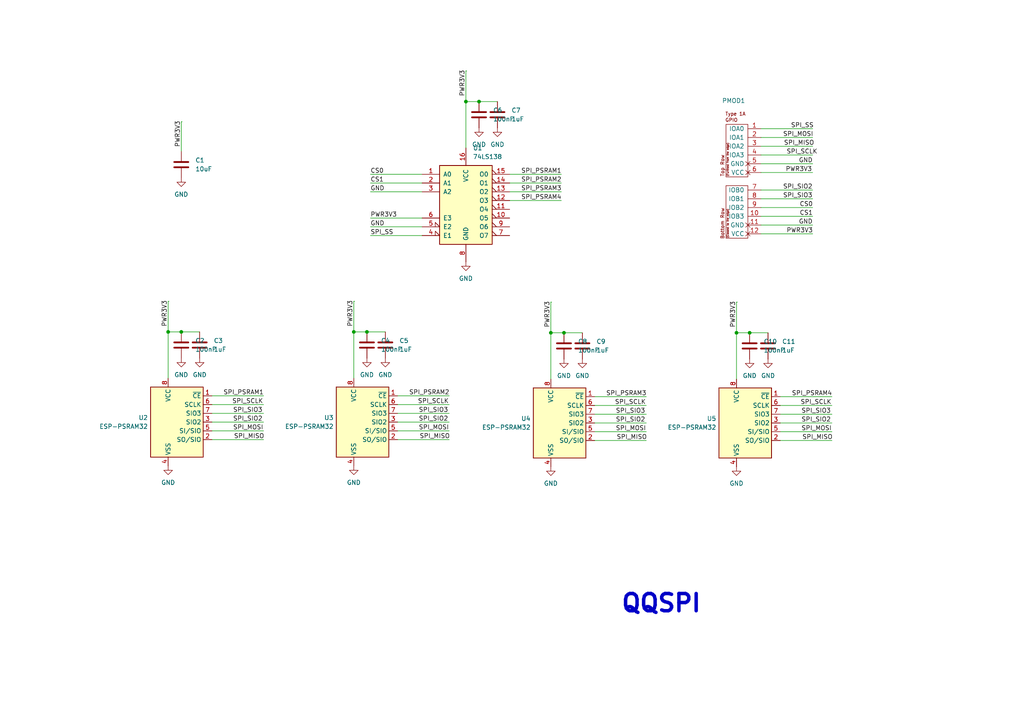
<source format=kicad_sch>
(kicad_sch (version 20211123) (generator eeschema)
  (paper "A4")
  (title_block (title "Copyright © 2022 Lone Dynamics Corporation") (rev "V2"))
  (lib_symbols
    (symbol "74xx:74LS138" (pin_names (offset 1.016))
      (property "Reference" "U" (at -7.62 11.43 0))
      (property "Value" "74LS138" (at -7.62 -13.97 0))
      (symbol "74LS138_1_0"
        (pin input line (at -12.7 7.62 0) (length 5.08) (name "A0") (number "1"))
        (pin output output_low (at 12.7 -5.08 180) (length 5.08) (name "O5") (number "10"))
        (pin output output_low (at 12.7 -2.54 180) (length 5.08) (name "O4") (number "11"))
        (pin output output_low (at 12.7 0 180) (length 5.08) (name "O3") (number "12"))
        (pin output output_low (at 12.7 2.54 180) (length 5.08) (name "O2") (number "13"))
        (pin output output_low (at 12.7 5.08 180) (length 5.08) (name "O1") (number "14"))
        (pin output output_low (at 12.7 7.62 180) (length 5.08) (name "O0") (number "15"))
        (pin power_in line (at 0 15.24 270) (length 5.08) (name "VCC") (number "16"))
        (pin input line (at -12.7 5.08 0) (length 5.08) (name "A1") (number "2"))
        (pin input line (at -12.7 2.54 0) (length 5.08) (name "A2") (number "3"))
        (pin input input_low (at -12.7 -10.16 0) (length 5.08) (name "E1") (number "4"))
        (pin input input_low (at -12.7 -7.62 0) (length 5.08) (name "E2") (number "5"))
        (pin input line (at -12.7 -5.08 0) (length 5.08) (name "E3") (number "6"))
        (pin output output_low (at 12.7 -10.16 180) (length 5.08) (name "O7") (number "7"))
        (pin power_in line (at 0 -17.78 90) (length 5.08) (name "GND") (number "8"))
        (pin output output_low (at 12.7 -7.62 180) (length 5.08) (name "O6") (number "9"))
      )
      (symbol "74LS138_1_1"
        (rectangle (start -7.62 10.16) (end 7.62 -12.7) (stroke (width 0.254)) (fill (type background)))
      )
    )
    (symbol "Device:C" (pin_numbers hide) (pin_names (offset 0.254))
      (property "Reference" "C" (at 0.635 2.54 0))
      (property "Value" "C" (at 0.635 -2.54 0))
      (symbol "C_0_1"
        (polyline (pts (xy -2.032 -0.762) (xy 2.032 -0.762)) (stroke (width 0.508)))
        (polyline (pts (xy -2.032 0.762) (xy 2.032 0.762)) (stroke (width 0.508)))
      )
      (symbol "C_1_1"
        (pin passive line (at 0 3.81 270) (length 2.794) (name "~") (number "1"))
        (pin passive line (at 0 -3.81 90) (length 2.794) (name "~") (number "2"))
      )
    )
    (symbol "Memory_RAM:ESP-PSRAM32"
      (property "Reference" "U" (at 3.81 11.43 0))
      (property "Value" "ESP-PSRAM32" (at -1.27 -11.43 0))
      (symbol "ESP-PSRAM32_0_1"
        (rectangle (start -7.62 10.16) (end 7.62 -10.16) (stroke (width 0.254)) (fill (type background)))
      )
      (symbol "ESP-PSRAM32_1_1"
        (pin input line (at 10.16 7.62 180) (length 2.54) (name "~{CE}") (number "1"))
        (pin output line (at 10.16 -5.08 180) (length 2.54) (name "SO/SIO") (number "2"))
        (pin bidirectional line (at 10.16 0 180) (length 2.54) (name "SIO2") (number "3"))
        (pin power_in line (at -2.54 -12.7 90) (length 2.54) (name "VSS") (number "4"))
        (pin input line (at 10.16 -2.54 180) (length 2.54) (name "SI/SIO") (number "5"))
        (pin output line (at 10.16 5.08 180) (length 2.54) (name "SCLK") (number "6"))
        (pin bidirectional line (at 10.16 2.54 180) (length 2.54) (name "SIO3") (number "7"))
        (pin power_in line (at -2.54 12.7 270) (length 2.54) (name "VCC") (number "8"))
      )
    )
    (symbol "pmod:PMOD-Device-x2-Type-1A-GPIO" (pin_names (offset 1.016))
      (property "Reference" "PMOD" (at -3.302 -1.27 0))
      (symbol "PMOD-Device-x2-Type-1A-GPIO_0_0"
        (text "(Closest to the edge)" (at -5.842 -13.462 900) (effects (font (size 0.508 0.508))))
        (text "(Furthest from the edge)" (at -5.842 5.08 900) (effects (font (size 0.508 0.508))))
        (text "Bottom Row" (at -7.366 -13.462 900) (effects (font (size 0.9906 0.9906))))
        (text "GPIO" (at -6.604 16.51 0) (effects (font (size 0.9906 0.9906)) (justify left)))
        (text "Top Row" (at -7.366 3.302 900) (effects (font (size 0.9906 0.9906))))
        (text "Type 1A" (at -6.604 18.288 0) (effects (font (size 0.9906 0.9906)) (justify left)))
      )
      (symbol "PMOD-Device-x2-Type-1A-GPIO_0_1"
        (rectangle (start -6.35 -2.54) (end 0 -17.78))
        (rectangle (start 0 15.24) (end -6.35 0))
      )
      (symbol "PMOD-Device-x2-Type-1A-GPIO_1_1"
        (pin bidirectional line (at 3.81 13.97 180) (length 3.81) (name "IOA0") (number "1"))
        (pin bidirectional line (at 3.81 -11.43 180) (length 3.81) (name "IOB3") (number "10"))
        (pin power_out non_logic (at 3.81 -13.97 180) (length 3.81) (name "GND") (number "11"))
        (pin power_out non_logic (at 3.81 -16.51 180) (length 3.81) (name "VCC") (number "12"))
        (pin bidirectional line (at 3.81 11.43 180) (length 3.81) (name "IOA1") (number "2"))
        (pin bidirectional line (at 3.81 8.89 180) (length 3.81) (name "IOA2") (number "3"))
        (pin bidirectional line (at 3.81 6.35 180) (length 3.81) (name "IOA3") (number "4"))
        (pin power_out non_logic (at 3.81 3.81 180) (length 3.81) (name "GND") (number "5"))
        (pin power_out non_logic (at 3.81 1.27 180) (length 3.81) (name "VCC") (number "6"))
        (pin bidirectional line (at 3.81 -3.81 180) (length 3.81) (name "IOB0") (number "7"))
        (pin bidirectional line (at 3.81 -6.35 180) (length 3.81) (name "IOB1") (number "8"))
        (pin bidirectional line (at 3.81 -8.89 180) (length 3.81) (name "IOB2") (number "9"))
      )
    )
    (symbol "power:GND" (power) (pin_names (offset 0))
      (property "Value" "GND" (at 0 -3.81 0))
      (symbol "GND_0_1"
        (polyline (pts (xy 0 0) (xy 0 -1.27) (xy 1.27 -1.27) (xy 0 -2.54) (xy -1.27 -1.27) (xy 0 -1.27)))
      )
      (symbol "GND_1_1"
        (pin power_in line (at 0 0 270) (length 0) hide (name "GND") (number "1"))
      )
    )
  )
  (junction (at 217.424 96.52))
  (junction (at 213.614 96.52))
  (junction (at 48.768 96.266))
  (junction (at 102.616 96.266))
  (junction (at 138.938 29.464))
  (junction (at 135.128 29.464))
  (junction (at 106.426 96.266))
  (junction (at 163.576 96.52))
  (junction (at 159.766 96.52))
  (junction (at 52.578 96.266))
  (wire (pts (xy 217.424 96.52) (xy 222.758 96.52)))
  (wire (pts (xy 147.828 55.626) (xy 162.814 55.626)))
  (wire (pts (xy 115.316 119.888) (xy 130.302 119.888)))
  (wire (pts (xy 213.614 87.63) (xy 213.614 96.52)))
  (wire (pts (xy 220.726 60.198) (xy 235.712 60.198)))
  (wire (pts (xy 61.468 114.808) (xy 76.454 114.808)))
  (wire (pts (xy 135.128 42.926) (xy 135.128 29.464)))
  (wire (pts (xy 147.828 53.086) (xy 162.814 53.086)))
  (wire (pts (xy 172.466 117.602) (xy 187.452 117.602)))
  (wire (pts (xy 115.316 124.968) (xy 130.302 124.968)))
  (wire (pts (xy 172.466 125.222) (xy 187.452 125.222)))
  (wire (pts (xy 102.616 87.376) (xy 102.616 96.266)))
  (wire (pts (xy 61.468 127.508) (xy 76.454 127.508)))
  (wire (pts (xy 172.466 120.142) (xy 187.452 120.142)))
  (wire (pts (xy 220.726 55.118) (xy 235.712 55.118)))
  (wire (pts (xy 226.314 127.762) (xy 241.3 127.762)))
  (wire (pts (xy 147.828 58.166) (xy 162.814 58.166)))
  (wire (pts (xy 226.314 122.682) (xy 241.3 122.682)))
  (wire (pts (xy 138.938 29.464) (xy 144.272 29.464)))
  (wire (pts (xy 115.316 114.808) (xy 130.302 114.808)))
  (wire (pts (xy 115.316 117.348) (xy 130.302 117.348)))
  (wire (pts (xy 172.466 115.062) (xy 187.452 115.062)))
  (wire (pts (xy 61.468 117.348) (xy 76.454 117.348)))
  (wire (pts (xy 48.768 87.376) (xy 48.768 96.266)))
  (wire (pts (xy 135.128 29.464) (xy 138.938 29.464)))
  (wire (pts (xy 220.726 44.958) (xy 235.712 44.958)))
  (wire (pts (xy 61.468 124.968) (xy 76.454 124.968)))
  (wire (pts (xy 107.442 63.246) (xy 122.428 63.246)))
  (wire (pts (xy 61.468 119.888) (xy 76.454 119.888)))
  (wire (pts (xy 220.726 42.418) (xy 235.712 42.418)))
  (wire (pts (xy 102.616 109.728) (xy 102.616 96.266)))
  (wire (pts (xy 107.442 68.326) (xy 122.428 68.326)))
  (wire (pts (xy 52.578 43.942) (xy 52.578 35.306)))
  (wire (pts (xy 48.768 109.728) (xy 48.768 96.266)))
  (wire (pts (xy 163.576 96.52) (xy 168.91 96.52)))
  (wire (pts (xy 107.442 50.546) (xy 122.428 50.546)))
  (wire (pts (xy 115.316 127.508) (xy 130.302 127.508)))
  (wire (pts (xy 107.442 65.786) (xy 122.428 65.786)))
  (wire (pts (xy 61.468 122.428) (xy 76.454 122.428)))
  (wire (pts (xy 226.314 117.602) (xy 241.3 117.602)))
  (wire (pts (xy 226.314 125.222) (xy 241.3 125.222)))
  (wire (pts (xy 159.766 87.63) (xy 160.02 87.63)))
  (wire (pts (xy 159.766 96.52) (xy 163.576 96.52)))
  (wire (pts (xy 102.616 87.376) (xy 102.87 87.376)))
  (wire (pts (xy 48.768 96.266) (xy 52.578 96.266)))
  (wire (pts (xy 172.466 122.682) (xy 187.452 122.682)))
  (wire (pts (xy 106.426 96.266) (xy 111.76 96.266)))
  (wire (pts (xy 159.766 87.63) (xy 159.766 96.52)))
  (wire (pts (xy 159.766 109.982) (xy 159.766 96.52)))
  (wire (pts (xy 226.314 115.062) (xy 241.3 115.062)))
  (wire (pts (xy 147.828 50.546) (xy 162.814 50.546)))
  (wire (pts (xy 107.442 55.626) (xy 122.428 55.626)))
  (wire (pts (xy 226.314 120.142) (xy 241.3 120.142)))
  (wire (pts (xy 213.614 96.52) (xy 217.424 96.52)))
  (wire (pts (xy 52.578 96.266) (xy 57.912 96.266)))
  (wire (pts (xy 102.616 96.266) (xy 106.426 96.266)))
  (wire (pts (xy 220.726 37.338) (xy 235.712 37.338)))
  (wire (pts (xy 220.726 65.278) (xy 235.712 65.278)))
  (wire (pts (xy 107.442 53.086) (xy 122.428 53.086)))
  (wire (pts (xy 220.726 57.658) (xy 235.712 57.658)))
  (wire (pts (xy 220.726 62.738) (xy 235.712 62.738)))
  (wire (pts (xy 115.316 122.428) (xy 130.302 122.428)))
  (wire (pts (xy 135.128 20.574) (xy 135.128 29.464)))
  (wire (pts (xy 220.726 67.818) (xy 235.712 67.818)))
  (wire (pts (xy 213.614 87.63) (xy 213.868 87.63)))
  (wire (pts (xy 213.614 109.982) (xy 213.614 96.52)))
  (wire (pts (xy 220.726 39.878) (xy 235.712 39.878)))
  (wire (pts (xy 52.578 35.306) (xy 52.832 35.306)))
  (wire (pts (xy 220.726 50.038) (xy 235.712 50.038)))
  (wire (pts (xy 172.466 127.762) (xy 187.452 127.762)))
  (wire (pts (xy 48.768 87.376) (xy 49.022 87.376)))
  (wire (pts (xy 220.726 47.498) (xy 235.712 47.498)))
  (wire (pts (xy 135.128 20.574) (xy 135.382 20.574)))
  (text "QQSPI" (at 179.832 178.054 0) (effects (font (size 5 5) (thickness 1) bold) (justify left bottom)))
  (label "SPI_SIO3" (at 67.564 119.888 0))
  (label "CS0" (at 107.442 50.546 0))
  (label "SPI_SCLK" (at 121.158 117.348 0))
  (label "PWR3V3" (at 135.128 27.94 90))
  (label "CS1" (at 107.442 53.086 0))
  (label "PWR3V3" (at 159.766 94.996 90))
  (label "SPI_PSRAM4" (at 151.13 58.166 0))
  (label "SPI_SIO3" (at 227.076 57.658 0))
  (label "SPI_MISO" (at 232.664 127.762 0))
  (label "SPI_PSRAM4" (at 229.616 115.062 0))
  (label "PWR3V3" (at 52.578 42.672 90))
  (label "SPI_SS" (at 107.442 68.326 0))
  (label "SPI_MISO" (at 67.818 127.508 0))
  (label "SPI_SIO2" (at 178.562 122.682 0))
  (label "SPI_PSRAM3" (at 151.13 55.626 0))
  (label "SPI_SCLK" (at 67.31 117.348 0))
  (label "SPI_PSRAM2" (at 118.618 114.808 0))
  (label "SPI_MOSI" (at 67.564 124.968 0))
  (label "SPI_MOSI" (at 227.076 39.878 0))
  (label "SPI_MOSI" (at 232.41 125.222 0))
  (label "SPI_SIO2" (at 232.41 122.682 0))
  (label "CS0" (at 231.902 60.198 0))
  (label "SPI_SIO3" (at 178.562 120.142 0))
  (label "SPI_MOSI" (at 121.412 124.968 0))
  (label "PWR3V3" (at 48.768 94.742 90))
  (label "SPI_SIO3" (at 232.41 120.142 0))
  (label "PWR3V3" (at 107.442 63.246 0))
  (label "SPI_PSRAM3" (at 175.768 115.062 0))
  (label "SPI_PSRAM1" (at 64.77 114.808 0))
  (label "PWR3V3" (at 228.092 67.818 0))
  (label "SPI_SCLK" (at 232.156 117.602 0))
  (label "PWR3V3" (at 102.616 94.742 90))
  (label "SPI_SIO3" (at 121.412 119.888 0))
  (label "GND" (at 231.648 65.278 0))
  (label "CS1" (at 231.902 62.738 0))
  (label "SPI_SIO2" (at 121.412 122.428 0))
  (label "SPI_MISO" (at 178.816 127.762 0))
  (label "GND" (at 107.442 65.786 0))
  (label "SPI_MISO" (at 121.666 127.508 0))
  (label "GND" (at 231.648 47.498 0))
  (label "GND" (at 107.442 55.626 0))
  (label "SPI_SCLK" (at 228.092 44.958 0))
  (label "SPI_PSRAM2" (at 151.13 53.086 0))
  (label "SPI_SIO2" (at 67.564 122.428 0))
  (label "SPI_SS" (at 229.362 37.338 0))
  (label "SPI_MISO" (at 227.33 42.418 0))
  (label "PWR3V3" (at 213.614 94.996 90))
  (label "SPI_SCLK" (at 178.308 117.602 0))
  (label "SPI_SIO2" (at 227.076 55.118 0))
  (label "SPI_MOSI" (at 178.562 125.222 0))
  (label "PWR3V3" (at 227.838 50.038 0))
  (label "SPI_PSRAM1" (at 151.13 50.546 0))
  (symbol (lib_id "power:GND") (at 52.578 103.886 0) (unit 1)
    (property "Reference" "#PWR03" (effects hide))
    (property "Value" "GND" (at 52.578 108.712 0))
  )
  (symbol (lib_id "power:GND") (at 48.768 135.128 0) (unit 1)
    (property "Reference" "#PWR01" (effects hide))
    (property "Value" "GND" (at 48.768 139.954 0))
  )
  (symbol (lib_id "power:GND") (at 138.938 37.084 0) (unit 1)
    (property "Reference" "#PWR09" (effects hide))
    (property "Value" "GND" (at 138.938 41.91 0))
  )
  (symbol (lib_id "power:GND") (at 163.576 104.14 0) (unit 1)
    (property "Reference" "#PWR012" (effects hide))
    (property "Value" "GND" (at 163.576 108.966 0))
  )
  (symbol (lib_id "Device:C") (at 168.91 100.33 0) (unit 1)
    (property "Reference" "C9" (at 172.974 99.0599 0) (effects (justify left)))
    (property "Value" "1uF" (at 172.974 101.5999 0) (effects (justify left)))
    (property "Footprint" "Capacitor_SMD:C_0603_1608Metric" (effects hide))
  )
  (symbol (lib_id "Device:C") (at 57.912 100.076 0) (unit 1)
    (property "Reference" "C3" (at 61.976 98.8059 0) (effects (justify left)))
    (property "Value" "1uF" (at 61.976 101.3459 0) (effects (justify left)))
    (property "Footprint" "Capacitor_SMD:C_0603_1608Metric" (effects hide))
  )
  (symbol (lib_id "power:GND") (at 168.91 104.14 0) (unit 1)
    (property "Reference" "#PWR013" (effects hide))
    (property "Value" "GND" (at 168.91 108.966 0))
  )
  (symbol (lib_id "power:GND") (at 102.616 135.128 0) (unit 1)
    (property "Reference" "#PWR05" (effects hide))
    (property "Value" "GND" (at 102.616 139.954 0))
  )
  (symbol (lib_id "Device:C") (at 163.576 100.33 0) (unit 1)
    (property "Reference" "C8" (at 167.64 99.0599 0) (effects (justify left)))
    (property "Value" "100nF" (at 167.64 101.5999 0) (effects (justify left)))
    (property "Footprint" "Capacitor_SMD:C_0603_1608Metric" (effects hide))
  )
  (symbol (lib_id "power:GND") (at 159.766 135.382 0) (unit 1)
    (property "Reference" "#PWR011" (effects hide))
    (property "Value" "GND" (at 159.766 140.208 0))
  )
  (symbol (lib_id "Device:C") (at 52.578 47.752 0) (unit 1)
    (property "Reference" "C1" (at 56.642 46.4819 0) (effects (justify left)))
    (property "Value" "10uF" (at 56.642 49.0219 0) (effects (justify left)))
    (property "Footprint" "Capacitor_SMD:C_0603_1608Metric" (effects hide))
  )
  (symbol (lib_id "74xx:74LS138") (at 135.128 58.166 0) (unit 1)
    (property "Reference" "U1" (at 137.1474 42.926 0) (effects (justify left)))
    (property "Value" "74LS138" (at 137.1474 45.466 0) (effects (justify left)))
    (property "Footprint" "Package_SO:TSSOP-16_4.4x5mm_P0.65mm" (effects hide))
    (property "Datasheet" "http://www.ti.com/lit/gpn/sn74LS138" (effects hide))
  )
  (symbol (lib_id "power:GND") (at 144.272 37.084 0) (unit 1)
    (property "Reference" "#PWR010" (effects hide))
    (property "Value" "GND" (at 144.272 41.91 0))
  )
  (symbol (lib_id "power:GND") (at 213.614 135.382 0) (unit 1)
    (property "Reference" "#PWR014" (effects hide))
    (property "Value" "GND" (at 213.614 140.208 0))
  )
  (symbol (lib_id "power:GND") (at 217.424 104.14 0) (unit 1)
    (property "Reference" "#PWR015" (effects hide))
    (property "Value" "GND" (at 217.424 108.966 0))
  )
  (symbol (lib_id "power:GND") (at 57.912 103.886 0) (unit 1)
    (property "Reference" "#PWR04" (effects hide))
    (property "Value" "GND" (at 57.912 108.712 0))
  )
  (symbol (lib_id "power:GND") (at 52.578 51.562 0) (unit 1)
    (property "Reference" "#PWR02" (effects hide))
    (property "Value" "GND" (at 52.578 56.388 0))
  )
  (symbol (lib_id "power:GND") (at 111.76 103.886 0) (unit 1)
    (property "Reference" "#PWR07" (effects hide))
    (property "Value" "GND" (at 111.76 108.712 0))
  )
  (symbol (lib_id "power:GND") (at 106.426 103.886 0) (unit 1)
    (property "Reference" "#PWR06" (effects hide))
    (property "Value" "GND" (at 106.426 108.712 0))
  )
  (symbol (lib_id "pmod:PMOD-Device-x2-Type-1A-GPIO") (at 216.916 51.308 0) (unit 1)
    (property "Reference" "PMOD1" (at 212.7878 29.21 0))
    (property "Value" "PMOD-Device-x2-Type-1A-GPIO" (effects hide))
    (property "Footprint" "pmod-conn_6x2:pmod_pin_array_6x2" (effects hide))
  )
  (symbol (lib_id "Memory_RAM:ESP-PSRAM32") (at 51.308 122.428 0) (unit 1)
    (property "Reference" "U2" (at 42.926 121.1579 0) (effects (justify right)))
    (property "Value" "ESP-PSRAM32" (at 42.926 123.6979 0) (effects (justify right)))
    (property "Footprint" "Package_SO:SOIC-8_3.9x4.9mm_P1.27mm" (effects hide))
    (property "Datasheet" "https://www.espressif.com/sites/default/files/documentation/esp-psram32_datasheet_en.pdf" (effects hide))
  )
  (symbol (lib_id "Device:C") (at 52.578 100.076 0) (unit 1)
    (property "Reference" "C2" (at 56.642 98.8059 0) (effects (justify left)))
    (property "Value" "100nF" (at 56.642 101.3459 0) (effects (justify left)))
    (property "Footprint" "Capacitor_SMD:C_0603_1608Metric" (effects hide))
  )
  (symbol (lib_id "Memory_RAM:ESP-PSRAM32") (at 105.156 122.428 0) (unit 1)
    (property "Reference" "U3" (at 96.774 121.1579 0) (effects (justify right)))
    (property "Value" "ESP-PSRAM32" (at 96.774 123.6979 0) (effects (justify right)))
    (property "Footprint" "Package_SO:SOIC-8_3.9x4.9mm_P1.27mm" (effects hide))
    (property "Datasheet" "https://www.espressif.com/sites/default/files/documentation/esp-psram32_datasheet_en.pdf" (effects hide))
  )
  (symbol (lib_id "Device:C") (at 144.272 33.274 0) (unit 1)
    (property "Reference" "C7" (at 148.336 32.0039 0) (effects (justify left)))
    (property "Value" "1uF" (at 148.336 34.5439 0) (effects (justify left)))
    (property "Footprint" "Capacitor_SMD:C_0603_1608Metric" (effects hide))
  )
  (symbol (lib_id "Memory_RAM:ESP-PSRAM32") (at 216.154 122.682 0) (unit 1)
    (property "Reference" "U5" (at 207.772 121.4119 0) (effects (justify right)))
    (property "Value" "ESP-PSRAM32" (at 207.772 123.9519 0) (effects (justify right)))
    (property "Footprint" "Package_SO:SOIC-8_3.9x4.9mm_P1.27mm" (effects hide))
    (property "Datasheet" "https://www.espressif.com/sites/default/files/documentation/esp-psram32_datasheet_en.pdf" (effects hide))
  )
  (symbol (lib_id "Device:C") (at 222.758 100.33 0) (unit 1)
    (property "Reference" "C11" (at 226.822 99.0599 0) (effects (justify left)))
    (property "Value" "1uF" (at 226.822 101.5999 0) (effects (justify left)))
    (property "Footprint" "Capacitor_SMD:C_0603_1608Metric" (effects hide))
  )
  (symbol (lib_id "Device:C") (at 138.938 33.274 0) (unit 1)
    (property "Reference" "C6" (at 143.002 32.0039 0) (effects (justify left)))
    (property "Value" "100nF" (at 143.002 34.5439 0) (effects (justify left)))
    (property "Footprint" "Capacitor_SMD:C_0603_1608Metric" (effects hide))
  )
  (symbol (lib_id "Device:C") (at 106.426 100.076 0) (unit 1)
    (property "Reference" "C4" (at 110.49 98.8059 0) (effects (justify left)))
    (property "Value" "100nF" (at 110.49 101.3459 0) (effects (justify left)))
    (property "Footprint" "Capacitor_SMD:C_0603_1608Metric" (effects hide))
  )
  (symbol (lib_id "Memory_RAM:ESP-PSRAM32") (at 162.306 122.682 0) (unit 1)
    (property "Reference" "U4" (at 153.924 121.4119 0) (effects (justify right)))
    (property "Value" "ESP-PSRAM32" (at 153.924 123.9519 0) (effects (justify right)))
    (property "Footprint" "Package_SO:SOIC-8_3.9x4.9mm_P1.27mm" (effects hide))
    (property "Datasheet" "https://www.espressif.com/sites/default/files/documentation/esp-psram32_datasheet_en.pdf" (effects hide))
  )
  (symbol (lib_id "Device:C") (at 217.424 100.33 0) (unit 1)
    (property "Reference" "C10" (at 221.488 99.0599 0) (effects (justify left)))
    (property "Value" "100nF" (at 221.488 101.5999 0) (effects (justify left)))
    (property "Footprint" "Capacitor_SMD:C_0603_1608Metric" (effects hide))
  )
  (symbol (lib_id "power:GND") (at 135.128 75.946 0) (unit 1)
    (property "Reference" "#PWR08" (effects hide))
    (property "Value" "GND" (at 135.128 80.772 0))
  )
  (symbol (lib_id "Device:C") (at 111.76 100.076 0) (unit 1)
    (property "Reference" "C5" (at 115.824 98.8059 0) (effects (justify left)))
    (property "Value" "1uF" (at 115.824 101.3459 0) (effects (justify left)))
    (property "Footprint" "Capacitor_SMD:C_0603_1608Metric" (effects hide))
  )
  (symbol (lib_id "power:GND") (at 222.758 104.14 0) (unit 1)
    (property "Reference" "#PWR016" (effects hide))
    (property "Value" "GND" (at 222.758 108.966 0))
  )
)
</source>
